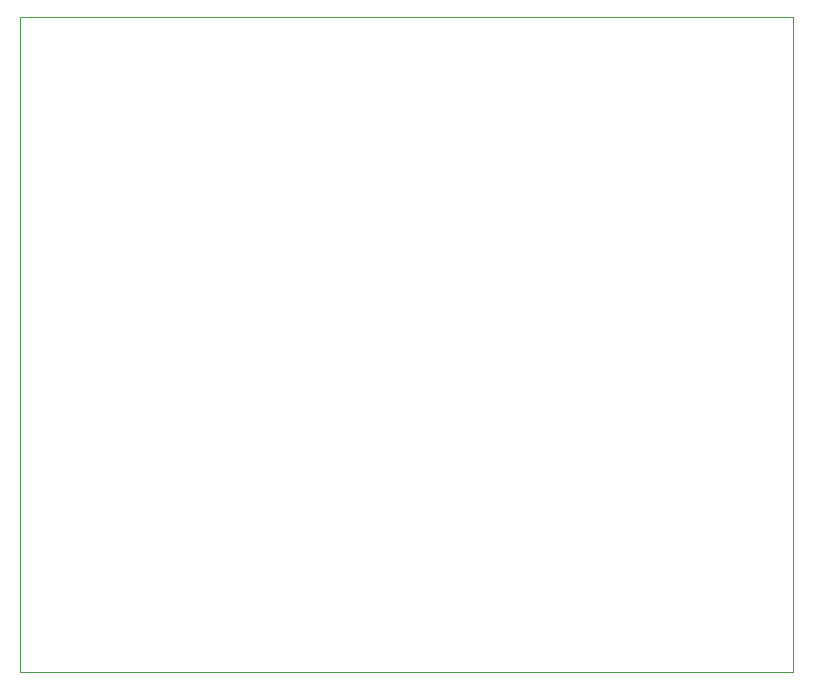
<source format=gbr>
%TF.GenerationSoftware,KiCad,Pcbnew,9.0.6*%
%TF.CreationDate,2026-01-12T13:11:15+01:00*%
%TF.ProjectId,IoT-Werkstatt_Band1,496f542d-5765-4726-9b73-746174745f42,rev?*%
%TF.SameCoordinates,Original*%
%TF.FileFunction,Profile,NP*%
%FSLAX46Y46*%
G04 Gerber Fmt 4.6, Leading zero omitted, Abs format (unit mm)*
G04 Created by KiCad (PCBNEW 9.0.6) date 2026-01-12 13:11:15*
%MOMM*%
%LPD*%
G01*
G04 APERTURE LIST*
%TA.AperFunction,Profile*%
%ADD10C,0.050000*%
%TD*%
G04 APERTURE END LIST*
D10*
X131000000Y-58500000D02*
X196500000Y-58500000D01*
X196500000Y-114000000D01*
X131000000Y-114000000D01*
X131000000Y-58500000D01*
M02*

</source>
